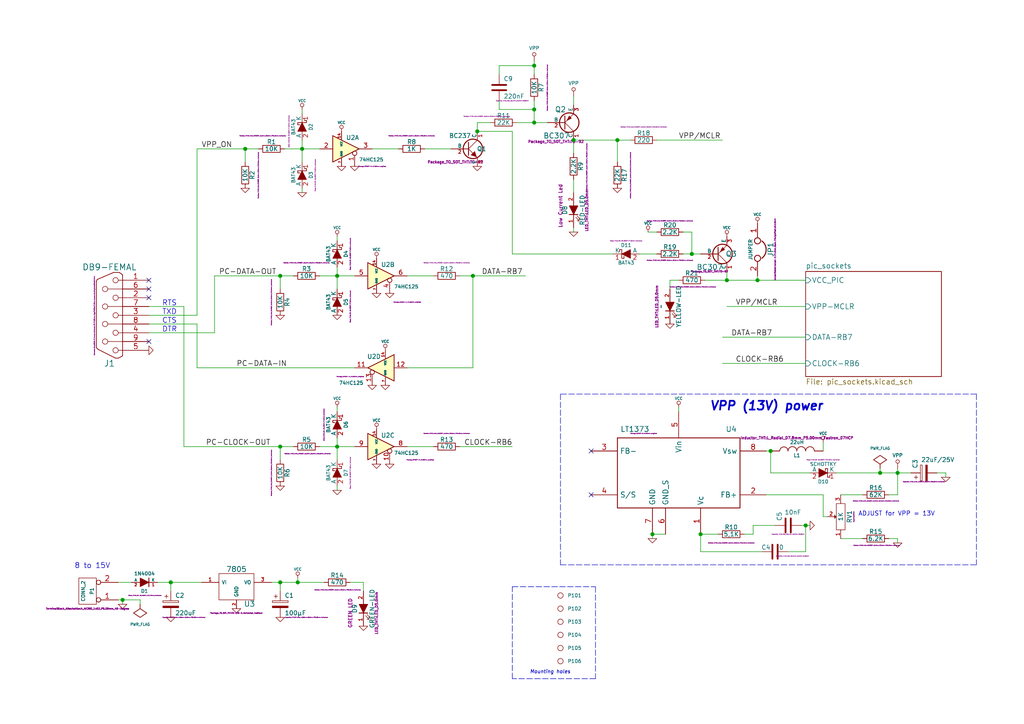
<source format=kicad_sch>
(kicad_sch (version 20220904) (generator eeschema)
  (paper "A4")
  (title_block (title "JDM - COM84 PIC Programmer with 13V DC/DC converter") (date "05 jan 2014") (rev "2") (company "KiCad"))
  (lib_symbols
    (symbol "pic_programmer_schlib:74LS125" (pin_names (offset 0.254))
      (property "Reference" "U" (at 5.08 3.81 0))
      (property "Value" "74LS125" (at 7.62 -2.54 0))
      (symbol "74LS125_0_0"
        (pin power_in line (at -1.27 5.08 270) (length 2.54) (name "VCC") (number "14"))
        (pin power_in line (at -1.27 -5.08 90) (length 2.54) (name "GND") (number "7"))
      )
      (symbol "74LS125_1_0"
        (pin input inverted (at 2.54 -5.08 90) (length 4.445) (name "~") (number "1"))
        (pin input line (at -7.62 0 0) (length 3.81) (name "~") (number "2"))
        (pin tri_state line (at 7.62 0 180) (length 3.81) (name "~") (number "3"))
      )
      (symbol "74LS125_2_0"
        (pin input inverted (at 2.54 -5.08 90) (length 4.445) (name "~") (number "4"))
        (pin input line (at -7.62 0 0) (length 3.81) (name "~") (number "5"))
        (pin tri_state line (at 7.62 0 180) (length 3.81) (name "~") (number "6"))
      )
      (symbol "74LS125_3_0"
        (pin input inverted (at 2.54 -5.08 90) (length 4.445) (name "~") (number "10"))
        (pin tri_state line (at 7.62 0 180) (length 3.81) (name "~") (number "8"))
        (pin input line (at -7.62 0 0) (length 3.81) (name "~") (number "9"))
      )
      (symbol "74LS125_4_0"
        (pin tri_state line (at 7.62 0 180) (length 3.81) (name "~") (number "11"))
        (pin input line (at -7.62 0 0) (length 3.81) (name "~") (number "12"))
        (pin input inverted (at 2.54 -5.08 90) (length 4.445) (name "~") (number "13"))
      )
    )
    (symbol "pic_programmer_schlib:7805" (pin_names (offset 0.762))
      (property "Reference" "U" (at 3.81 -4.9784 0))
      (property "Value" "7805" (at 0 5.08 0))
      (symbol "7805_1_1"
        (pin input line (at -10.16 1.27 0) (length 5.08) (name "VI") (number "1"))
        (pin input line (at 0 -6.35 90) (length 2.54) (name "GND") (number "2"))
        (pin power_out line (at 10.16 1.27 180) (length 5.08) (name "VO") (number "3"))
      )
    )
    (symbol "pic_programmer_schlib:BC237" (pin_names (offset 0))
      (property "Reference" "Q" (at 0 -3.81 0))
      (property "Value" "BC237" (at 0 3.81 0))
      (property "Footprint" "Package_TO_SOT_THT:TO-92" (at -2.54 -5.08 0))
      (symbol "BC237_1_1"
        (pin passive line (at 2.54 5.08 270) (length 2.54) (name "C") (number "1"))
        (pin input line (at -5.08 0 0) (length 5.08) (name "B") (number "2"))
        (pin passive line (at 2.54 -5.08 90) (length 2.54) (name "E") (number "3"))
      )
    )
    (symbol "pic_programmer_schlib:BC307" (pin_names (offset 0))
      (property "Reference" "Q" (at -1.27 -3.81 0))
      (property "Value" "BC307" (at 0 3.81 0))
      (property "Footprint" "Package_TO_SOT_THT:TO-92" (at -2.54 -5.08 0))
      (symbol "BC307_1_1"
        (pin passive line (at 2.54 5.08 270) (length 2.54) (name "C") (number "1"))
        (pin input line (at -5.08 0 0) (length 5.08) (name "B") (number "2"))
        (pin passive line (at 2.54 -5.08 90) (length 2.54) (name "E") (number "3"))
      )
    )
    (symbol "pic_programmer_schlib:C" (pin_numbers hide) (pin_names (offset 0.254))
      (property "Reference" "C" (at 0.635 2.54 0))
      (property "Value" "C" (at 0.635 -2.54 0))
      (symbol "C_1_1"
        (pin passive line (at 0 3.81 270) (length 2.794) (name "~") (number "1"))
        (pin passive line (at 0 -3.81 90) (length 2.794) (name "~") (number "2"))
      )
    )
    (symbol "pic_programmer_schlib:CONN_2" (pin_names (offset 1.016) hide)
      (property "Reference" "P" (at -1.27 0 90))
      (property "Value" "CONN_2" (at 1.27 0 90))
      (symbol "CONN_2_1_1"
        (pin passive inverted (at -8.89 2.54 0) (length 6.35) (name "P1") (number "1"))
        (pin passive inverted (at -8.89 -2.54 0) (length 6.35) (name "PM") (number "2"))
      )
    )
    (symbol "pic_programmer_schlib:CP" (pin_numbers hide) (pin_names (offset 0.254))
      (property "Reference" "C" (at 0.635 2.54 0))
      (property "Value" "CP" (at 0.635 -2.54 0))
      (symbol "CP_1_1"
        (pin passive line (at 0 3.81 270) (length 2.794) (name "~") (number "1"))
        (pin passive line (at 0 -3.81 90) (length 2.794) (name "~") (number "2"))
      )
    )
    (symbol "pic_programmer_schlib:D" (pin_names (offset 0))
      (property "Reference" "D" (at 0 2.54 0))
      (property "Value" "D" (at 0 -2.54 0))
      (symbol "D_1_1"
        (pin passive line (at -3.81 0 0) (length 2.54) (name "K") (number "1"))
        (pin passive line (at 3.81 0 180) (length 2.54) (name "A") (number "2"))
      )
    )
    (symbol "pic_programmer_schlib:DB9" (pin_names (offset 1.016) hide)
      (property "Reference" "J" (at 0 13.97 0))
      (property "Value" "DB9" (at 0 -13.97 0))
      (symbol "DB9_1_1"
        (pin passive line (at -11.43 -10.16 0) (length 7.62) (name "1") (number "1"))
        (pin passive line (at -11.43 -5.08 0) (length 7.62) (name "2") (number "2"))
        (pin passive line (at -11.43 0 0) (length 7.62) (name "3") (number "3"))
        (pin passive line (at -11.43 5.08 0) (length 7.62) (name "4") (number "4"))
        (pin passive line (at -11.43 10.16 0) (length 7.62) (name "5") (number "5"))
        (pin passive line (at -11.43 -7.62 0) (length 7.62) (name "P6") (number "6"))
        (pin passive line (at -11.43 -2.54 0) (length 7.62) (name "P7") (number "7"))
        (pin passive line (at -11.43 2.54 0) (length 7.62) (name "P8") (number "8"))
        (pin passive line (at -11.43 7.62 0) (length 7.62) (name "P9") (number "9"))
      )
    )
    (symbol "pic_programmer_schlib:D_Schottky" (pin_names (offset 0))
      (property "Reference" "D" (at 0 2.54 0))
      (property "Value" "D_Schottky" (at 0 -2.54 0))
      (symbol "D_Schottky_1_1"
        (pin passive line (at -3.81 0 0) (length 2.54) (name "K") (number "1"))
        (pin passive line (at 3.81 0 180) (length 2.54) (name "A") (number "2"))
      )
    )
    (symbol "pic_programmer_schlib:GND" (power) (pin_names (offset 0))
      (symbol "GND_1_1"
        (pin power_in line (at 0 0 90) (length 0) hide (name "GND") (number "1"))
      )
    )
    (symbol "pic_programmer_schlib:INDUCTOR" (pin_numbers hide) (pin_names (offset 1.016) hide)
      (property "Reference" "L" (at -1.27 0 90))
      (property "Value" "INDUCTOR" (at 2.54 0 90))
      (symbol "INDUCTOR_1_1"
        (pin passive line (at 0 7.62 270) (length 2.54) (name "1") (number "1"))
        (pin passive line (at 0 -7.62 90) (length 2.54) (name "2") (number "2"))
      )
    )
    (symbol "pic_programmer_schlib:JUMPER" (pin_names (offset 0.762) hide)
      (property "Reference" "JP" (at 0 3.81 0))
      (property "Value" "JUMPER" (at 0 -2.032 0))
      (symbol "JUMPER_0_1"
        (pin passive line (at -7.62 0 0) (length 4.191) (name "1") (number "1"))
        (pin passive line (at 7.62 0 180) (length 4.191) (name "2") (number "2"))
      )
    )
    (symbol "pic_programmer_schlib:LED" (pin_names (offset 1.016) hide)
      (property "Reference" "D" (at 0 2.54 0))
      (property "Value" "LED" (at 0 -2.54 0))
      (symbol "LED_1_1"
        (pin passive line (at -5.08 0 0) (length 3.81) (name "K") (number "1"))
        (pin passive line (at 5.08 0 180) (length 3.81) (name "A") (number "2"))
      )
    )
    (symbol "pic_programmer_schlib:LT1373" (pin_names (offset 0.762))
      (property "Reference" "U" (at 15.24 12.7 0))
      (property "Value" "LT1373" (at -12.7 12.7 0))
      (symbol "LT1373_1_1"
        (pin input line (at 6.35 -17.78 90) (length 7.62) (name "Vc") (number "1"))
        (pin input line (at 25.4 -6.35 180) (length 7.62) (name "FB+") (number "2"))
        (pin passive line (at -25.4 6.35 0) (length 7.62) (name "FB-") (number "3"))
        (pin passive line (at -25.4 -6.35 0) (length 7.62) (name "S/S") (number "4"))
        (pin power_in line (at 0 17.78 270) (length 7.62) (name "Vin") (number "5"))
        (pin input line (at -3.81 -17.78 90) (length 7.62) (name "GND_S") (number "6"))
        (pin input line (at -7.62 -17.78 90) (length 7.62) (name "GND") (number "7"))
        (pin input line (at 25.4 6.35 180) (length 7.62) (name "Vsw") (number "8"))
      )
    )
    (symbol "pic_programmer_schlib:MOUNTING_HOLE" (pin_numbers hide) (pin_names (offset 0.762) hide)
      (property "Reference" "P" (at 2.032 0 0))
    )
    (symbol "pic_programmer_schlib:POT" (pin_names (offset 1.016) hide)
      (property "Reference" "RV" (at 0 -2.54 0))
      (property "Value" "POT" (at 0 0 0))
      (symbol "POT_1_1"
        (pin passive line (at -6.35 0 0) (length 2.54) (name "1") (number "1"))
        (pin passive line (at 0 3.81 270) (length 2.032) (name "2") (number "2"))
        (pin passive line (at 6.35 0 180) (length 2.54) (name "3") (number "3"))
      )
    )
    (symbol "pic_programmer_schlib:PWR_FLAG" (power) (pin_numbers hide) (pin_names (offset 0) hide)
      (property "Value" "PWR_FLAG" (at 0 4.572 0))
      (symbol "PWR_FLAG_0_0"
        (pin power_out line (at 0 0 90) (length 0) (name "pwr") (number "1"))
      )
    )
    (symbol "pic_programmer_schlib:R" (pin_numbers hide) (pin_names (offset 0))
      (property "Reference" "R" (at 2.032 0 90))
      (property "Value" "R" (at 0 0 90))
      (symbol "R_1_1"
        (pin passive line (at 0 3.81 270) (length 1.27) (name "~") (number "1"))
        (pin passive line (at 0 -3.81 90) (length 1.27) (name "~") (number "2"))
      )
    )
    (symbol "pic_programmer_schlib:VCC" (power) (pin_names (offset 0))
      (property "Value" "VCC" (at 0 2.54 0))
      (symbol "VCC_0_0"
        (pin power_in line (at 0 0 90) (length 0) hide (name "VCC") (number "1"))
      )
    )
    (symbol "pic_programmer_schlib:VPP" (pin_names (offset 0))
      (property "Value" "VPP" (at 0 3.81 0))
      (symbol "VPP_0_0"
        (pin power_in line (at 0 0 90) (length 0) hide (name "VPP") (number "1"))
      )
    )
  )
  (junction (at 81.28 80.01) (diameter 1.016))
  (junction (at 97.79 129.54) (diameter 1.016))
  (junction (at 179.07 40.64) (diameter 1.016))
  (junction (at 35.56 173.99) (diameter 1.016))
  (junction (at 255.27 137.16) (diameter 1.016))
  (junction (at 71.12 43.18) (diameter 1.016))
  (junction (at 260.35 137.16) (diameter 1.016))
  (junction (at 154.94 31.75) (diameter 1.016))
  (junction (at 87.63 43.18) (diameter 1.016))
  (junction (at 166.37 40.64) (diameter 1.016))
  (junction (at 203.2 154.94) (diameter 1.016))
  (junction (at 81.28 168.91) (diameter 1.016))
  (junction (at 86.36 168.91) (diameter 1.016))
  (junction (at 137.16 80.01) (diameter 1.016))
  (junction (at 223.52 130.81) (diameter 1.016))
  (junction (at 49.53 168.91) (diameter 1.016))
  (junction (at 97.79 80.01) (diameter 1.016))
  (junction (at 138.43 38.1) (diameter 1.016))
  (junction (at 154.94 35.56) (diameter 1.016))
  (junction (at 81.28 129.54) (diameter 1.016))
  (junction (at 219.71 81.28) (diameter 1.016))
  (junction (at 189.23 154.94) (diameter 1.016))
  (junction (at 200.66 73.66) (diameter 1.016))
  (junction (at 210.82 81.28) (diameter 1.016))
  (junction (at 233.68 152.4) (diameter 1.016))
  (junction (at 154.94 19.05) (diameter 1.016))
  (no_connect (at 171.45 130.81))
  (no_connect (at 43.18 81.28))
  (no_connect (at 43.18 86.36))
  (no_connect (at 43.18 99.06))
  (no_connect (at 43.18 83.82))
  (no_connect (at 171.45 143.51))
  (wire (pts (xy 87.63 43.18) (xy 87.63 46.99)))
  (polyline (pts (xy 172.72 196.85) (xy 148.59 196.85)) (stroke (width 0) (type dash)))
  (wire (pts (xy 97.79 129.54) (xy 102.87 129.54)))
  (wire (pts (xy 102.87 106.68) (xy 57.15 106.68)))
  (wire (pts (xy 250.19 156.21) (xy 243.84 156.21)))
  (wire (pts (xy 105.41 168.91) (xy 101.6 168.91)))
  (wire (pts (xy 57.15 106.68) (xy 57.15 93.98)))
  (wire (pts (xy 250.19 143.51) (xy 243.84 143.51)))
  (wire (pts (xy 38.1 168.91) (xy 34.29 168.91)))
  (wire (pts (xy 234.95 137.16) (xy 223.52 137.16)))
  (wire (pts (xy 166.37 66.04) (xy 166.37 67.31)))
  (wire (pts (xy 133.35 80.01) (xy 137.16 80.01)))
  (wire (pts (xy 260.35 137.16) (xy 260.35 143.51)))
  (wire (pts (xy 208.28 154.94) (xy 203.2 154.94)))
  (wire (pts (xy 138.43 35.56) (xy 142.24 35.56)))
  (wire (pts (xy 255.27 137.16) (xy 260.35 137.16)))
  (wire (pts (xy 260.35 156.21) (xy 260.35 157.48)))
  (wire (pts (xy 200.66 73.66) (xy 200.66 67.31)))
  (wire (pts (xy 92.71 129.54) (xy 97.79 129.54)))
  (wire (pts (xy 200.66 67.31) (xy 198.12 67.31)))
  (wire (pts (xy 130.81 43.18) (xy 123.19 43.18)))
  (wire (pts (xy 97.79 68.58) (xy 97.79 69.85)))
  (wire (pts (xy 86.36 168.91) (xy 86.36 167.64)))
  (wire (pts (xy 35.56 173.99) (xy 40.64 173.99)))
  (wire (pts (xy 274.32 137.16) (xy 274.32 138.43)))
  (wire (pts (xy 179.07 46.99) (xy 179.07 40.64)))
  (wire (pts (xy 232.41 152.4) (xy 233.68 152.4)))
  (wire (pts (xy 271.78 137.16) (xy 274.32 137.16)))
  (wire (pts (xy 189.23 154.94) (xy 193.04 154.94)))
  (wire (pts (xy 198.12 73.66) (xy 200.66 73.66)))
  (wire (pts (xy 43.18 93.98) (xy 57.15 93.98)))
  (wire (pts (xy 138.43 35.56) (xy 138.43 38.1)))
  (wire (pts (xy 144.78 19.05) (xy 154.94 19.05)))
  (wire (pts (xy 57.15 91.44) (xy 43.18 91.44)))
  (wire (pts (xy 233.68 152.4) (xy 234.95 152.4)))
  (wire (pts (xy 81.28 80.01) (xy 85.09 80.01)))
  (wire (pts (xy 138.43 38.1) (xy 148.59 38.1)))
  (wire (pts (xy 148.59 73.66) (xy 177.8 73.66)))
  (wire (pts (xy 35.56 175.26) (xy 35.56 173.99)))
  (wire (pts (xy 137.16 80.01) (xy 152.4 80.01)))
  (wire (pts (xy 81.28 168.91) (xy 86.36 168.91)))
  (wire (pts (xy 238.76 149.86) (xy 238.76 143.51)))
  (wire (pts (xy 118.11 80.01) (xy 125.73 80.01)))
  (wire (pts (xy 204.47 81.28) (xy 210.82 81.28)))
  (wire (pts (xy 49.53 171.45) (xy 49.53 168.91)))
  (wire (pts (xy 210.82 81.28) (xy 210.82 78.74)))
  (wire (pts (xy 53.34 129.54) (xy 81.28 129.54)))
  (wire (pts (xy 78.74 168.91) (xy 81.28 168.91)))
  (wire (pts (xy 190.5 40.64) (xy 209.55 40.64)))
  (wire (pts (xy 154.94 29.21) (xy 154.94 31.75)))
  (wire (pts (xy 148.59 38.1) (xy 148.59 73.66)))
  (wire (pts (xy 210.82 81.28) (xy 219.71 81.28)))
  (wire (pts (xy 87.63 54.61) (xy 87.63 55.88)))
  (wire (pts (xy 187.96 67.31) (xy 190.5 67.31)))
  (wire (pts (xy 240.03 149.86) (xy 238.76 149.86)))
  (wire (pts (xy 194.31 83.82) (xy 194.31 81.28)))
  (wire (pts (xy 189.23 156.21) (xy 189.23 154.94)))
  (wire (pts (xy 115.57 43.18) (xy 107.95 43.18)))
  (wire (pts (xy 238.76 128.27) (xy 238.76 130.81)))
  (wire (pts (xy 34.29 173.99) (xy 35.56 173.99)))
  (wire (pts (xy 228.6 160.02) (xy 233.68 160.02)))
  (polyline (pts (xy 283.21 114.3) (xy 283.21 163.83)) (stroke (width 0) (type dash)))
  (wire (pts (xy 71.12 43.18) (xy 74.93 43.18)))
  (wire (pts (xy 260.35 137.16) (xy 264.16 137.16)))
  (wire (pts (xy 203.2 160.02) (xy 220.98 160.02)))
  (wire (pts (xy 166.37 30.48) (xy 166.37 27.94)))
  (wire (pts (xy 86.36 168.91) (xy 93.98 168.91)))
  (wire (pts (xy 219.71 81.28) (xy 233.68 81.28)))
  (wire (pts (xy 97.79 77.47) (xy 97.79 80.01)))
  (wire (pts (xy 57.15 43.18) (xy 71.12 43.18)))
  (wire (pts (xy 260.35 156.21) (xy 257.81 156.21)))
  (wire (pts (xy 233.68 160.02) (xy 233.68 152.4)))
  (wire (pts (xy 62.23 96.52) (xy 62.23 80.01)))
  (wire (pts (xy 53.34 88.9) (xy 43.18 88.9)))
  (wire (pts (xy 62.23 96.52) (xy 43.18 96.52)))
  (wire (pts (xy 210.82 88.9) (xy 233.68 88.9)))
  (wire (pts (xy 154.94 31.75) (xy 154.94 35.56)))
  (polyline (pts (xy 148.59 196.85) (xy 148.59 170.18)) (stroke (width 0) (type dash)))
  (wire (pts (xy 149.86 35.56) (xy 154.94 35.56)))
  (wire (pts (xy 87.63 33.02) (xy 87.63 31.75)))
  (wire (pts (xy 137.16 106.68) (xy 137.16 80.01)))
  (wire (pts (xy 218.44 152.4) (xy 218.44 154.94)))
  (wire (pts (xy 144.78 19.05) (xy 144.78 21.59)))
  (wire (pts (xy 57.15 43.18) (xy 57.15 91.44)))
  (wire (pts (xy 200.66 73.66) (xy 203.2 73.66)))
  (wire (pts (xy 144.78 31.75) (xy 154.94 31.75)))
  (wire (pts (xy 45.72 168.91) (xy 49.53 168.91)))
  (polyline (pts (xy 172.72 170.18) (xy 172.72 196.85)) (stroke (width 0) (type dash)))
  (wire (pts (xy 219.71 81.28) (xy 219.71 80.01)))
  (wire (pts (xy 223.52 137.16) (xy 223.52 130.81)))
  (wire (pts (xy 81.28 129.54) (xy 85.09 129.54)))
  (wire (pts (xy 148.59 129.54) (xy 133.35 129.54)))
  (wire (pts (xy 97.79 80.01) (xy 97.79 83.82)))
  (wire (pts (xy 97.79 80.01) (xy 102.87 80.01)))
  (wire (pts (xy 154.94 17.78) (xy 154.94 19.05)))
  (wire (pts (xy 166.37 40.64) (xy 179.07 40.64)))
  (wire (pts (xy 203.2 154.94) (xy 203.2 160.02)))
  (wire (pts (xy 87.63 43.18) (xy 92.71 43.18)))
  (wire (pts (xy 260.35 143.51) (xy 257.81 143.51)))
  (wire (pts (xy 194.31 81.28) (xy 196.85 81.28)))
  (wire (pts (xy 166.37 40.64) (xy 166.37 44.45)))
  (wire (pts (xy 179.07 40.64) (xy 182.88 40.64)))
  (wire (pts (xy 105.41 171.45) (xy 105.41 168.91)))
  (wire (pts (xy 81.28 133.35) (xy 81.28 129.54)))
  (polyline (pts (xy 162.56 163.83) (xy 283.21 163.83)) (stroke (width 0) (type dash)))
  (wire (pts (xy 260.35 135.89) (xy 260.35 137.16)))
  (wire (pts (xy 53.34 129.54) (xy 53.34 88.9)))
  (wire (pts (xy 81.28 83.82) (xy 81.28 80.01)))
  (wire (pts (xy 154.94 35.56) (xy 158.75 35.56)))
  (wire (pts (xy 62.23 80.01) (xy 81.28 80.01)))
  (wire (pts (xy 87.63 40.64) (xy 87.63 43.18)))
  (wire (pts (xy 190.5 73.66) (xy 185.42 73.66)))
  (wire (pts (xy 81.28 168.91) (xy 81.28 171.45)))
  (wire (pts (xy 224.79 152.4) (xy 218.44 152.4)))
  (wire (pts (xy 255.27 135.89) (xy 255.27 137.16)))
  (polyline (pts (xy 162.56 114.3) (xy 162.56 163.83)) (stroke (width 0) (type dash)))
  (wire (pts (xy 97.79 142.24) (xy 97.79 140.97)))
  (wire (pts (xy 233.68 97.79) (xy 209.55 97.79)))
  (wire (pts (xy 144.78 29.21) (xy 144.78 31.75)))
  (wire (pts (xy 118.11 106.68) (xy 137.16 106.68)))
  (wire (pts (xy 92.71 80.01) (xy 97.79 80.01)))
  (wire (pts (xy 82.55 43.18) (xy 87.63 43.18)))
  (wire (pts (xy 218.44 154.94) (xy 215.9 154.94)))
  (wire (pts (xy 166.37 52.07) (xy 166.37 55.88)))
  (wire (pts (xy 40.64 173.99) (xy 40.64 175.26)))
  (wire (pts (xy 125.73 129.54) (xy 118.11 129.54)))
  (wire (pts (xy 97.79 119.38) (xy 97.79 118.11)))
  (polyline (pts (xy 148.59 170.18) (xy 172.72 170.18)) (stroke (width 0) (type dash)))
  (wire (pts (xy 97.79 129.54) (xy 97.79 133.35)))
  (wire (pts (xy 97.79 127) (xy 97.79 129.54)))
  (wire (pts (xy 196.85 119.38) (xy 196.85 118.11)))
  (wire (pts (xy 233.68 105.41) (xy 209.55 105.41)))
  (wire (pts (xy 242.57 137.16) (xy 255.27 137.16)))
  (wire (pts (xy 154.94 19.05) (xy 154.94 21.59)))
  (wire (pts (xy 223.52 130.81) (xy 222.25 130.81)))
  (wire (pts (xy 49.53 168.91) (xy 58.42 168.91)))
  (wire (pts (xy 71.12 46.99) (xy 71.12 43.18)))
  (wire (pts (xy 238.76 143.51) (xy 222.25 143.51)))
  (polyline (pts (xy 283.21 114.3) (xy 162.56 114.3)) (stroke (width 0) (type dash)))
  (text "ADJUST for VPP = 13V" (at 248.92 149.86 0) (effects (font (size 1.27 1.27)) (justify left bottom)))
  (text "8 to 15V" (at 21.59 165.1 0) (effects (font (size 1.524 1.524)) (justify left bottom)))
  (text "VPP (13V) power" (at 205.74 119.38 0) (effects (font (size 2.54 2.54) (thickness 0.508) bold italic) (justify left bottom)))
  (text "RTS" (at 46.99 88.9 0) (effects (font (size 1.524 1.524)) (justify left bottom)))
  (text "TXD" (at 46.99 91.44 0) (effects (font (size 1.524 1.524)) (justify left bottom)))
  (text "CTS" (at 46.99 93.98 0) (effects (font (size 1.524 1.524)) (justify left bottom)))
  (text "DTR" (at 46.99 96.52 0) (effects (font (size 1.524 1.524)) (justify left bottom)))
  (text "Mounting holes" (at 153.67 195.58 0) (effects (font (size 1.016 1.016) italic) (justify left bottom)))
  (label "DATA-RB7" (at 139.7 80.01 0) (effects (font (size 1.524 1.524))))
  (label "CLOCK-RB6" (at 134.62 129.54 0) (effects (font (size 1.524 1.524))))
  (label "PC-DATA-IN" (at 68.58 106.68 0) (effects (font (size 1.524 1.524))))
  (label "CLOCK-RB6" (at 213.36 105.41 0) (effects (font (size 1.524 1.524))))
  (label "PC-DATA-OUT" (at 63.5 80.01 0) (effects (font (size 1.524 1.524))))
  (label "VPP/MCLR" (at 196.85 40.64 0) (effects (font (size 1.524 1.524))))
  (label "VPP_ON" (at 58.42 43.18 0) (effects (font (size 1.524 1.524))))
  (label "PC-CLOCK-OUT" (at 59.69 129.54 0) (effects (font (size 1.524 1.524))))
  (label "VPP/MCLR" (at 213.36 88.9 0) (effects (font (size 1.524 1.524))))
  (label "DATA-RB7" (at 212.09 97.79 0) (effects (font (size 1.524 1.524))))
  (symbol (lib_id "pic_programmer_schlib:DB9") (at 31.75 91.44 180) (unit 1)
    (default_instance (reference "U") (unit 1) (value "") (footprint ""))
    (property "Reference" "J1" (at 31.75 105.41 0) (effects (font (size 1.778 1.778))))
    (property "Value" "DB9-FEMAL" (at 31.75 77.47 0) (effects (font (size 1.778 1.778))))
    (property "Footprint" "Connector_Dsub:DSUB-9_Female_Horizontal_P2.77x2.84mm_EdgePinOffset7.70mm_Housed_MountingHolesOffset9.12mm" (at 27.3812 91.5416 90) (effects (font (size 0.254 0.254))))
  )
  (symbol (lib_id "pic_programmer_schlib:74LS125") (at 100.33 43.18 0) (unit 1)
    (default_instance (reference "U") (unit 1) (value "") (footprint ""))
    (property "Reference" "U2" (at 100.33 40.64 0) (effects (justify left bottom)))
    (property "Value" "74HC125" (at 104.14 45.72 0) (effects (font (size 1.016 1.016)) (justify left top)))
    (property "Footprint" "Package_DIP:DIP-14_W7.62mm_LongPads" (at 107.95 48.26 0) (effects (font (size 0.254 0.254))))
  )
  (symbol (lib_id "pic_programmer_schlib:R") (at 78.74 43.18 90) (unit 1)
    (default_instance (reference "U") (unit 1) (value "") (footprint ""))
    (property "Reference" "R1" (at 78.74 41.148 90))
    (property "Value" "10K" (at 78.74 43.18 90))
    (property "Footprint" "Resistor_THT:R_Axial_DIN0207_L6.3mm_D2.5mm_P10.16mm_Horizontal" (at 76.2 39.37 90) (effects (font (size 0.254 0.254))))
  )
  (symbol (lib_id "pic_programmer_schlib:R") (at 71.12 50.8 0) (unit 1)
    (default_instance (reference "U") (unit 1) (value "") (footprint ""))
    (property "Reference" "R2" (at 73.152 50.8 90))
    (property "Value" "10K" (at 71.12 50.8 90))
    (property "Footprint" "Resistor_THT:R_Axial_DIN0207_L6.3mm_D2.5mm_P10.16mm_Horizontal" (at 74.93 50.8 90) (effects (font (size 0.254 0.254))))
  )
  (symbol (lib_id "pic_programmer_schlib:D_Schottky") (at 87.63 36.83 270) (unit 1)
    (default_instance (reference "U") (unit 1) (value "") (footprint ""))
    (property "Reference" "D2" (at 90.17 36.83 0) (effects (font (size 1.016 1.016))))
    (property "Value" "BAT43" (at 85.09 36.83 0) (effects (font (size 1.016 1.016))))
    (property "Footprint" "Diode_THT:D_DO-35_SOD27_P7.62mm_Horizontal" (at 83.82 38.1 0) (effects (font (size 0.254 0.254))))
  )
  (symbol (lib_id "pic_programmer_schlib:D_Schottky") (at 87.63 50.8 270) (unit 1)
    (default_instance (reference "U") (unit 1) (value "") (footprint ""))
    (property "Reference" "D3" (at 90.17 50.8 0) (effects (font (size 1.016 1.016))))
    (property "Value" "BAT43" (at 85.09 50.8 0) (effects (font (size 1.016 1.016))))
    (property "Footprint" "Diode_THT:D_DO-35_SOD27_P7.62mm_Horizontal" (at 91.44 50.8 0) (effects (font (size 0.254 0.254))))
  )
  (symbol (lib_id "pic_programmer_schlib:GND") (at 102.87 48.26 0) (unit 1)
    (default_instance (reference "U") (unit 1) (value "") (footprint ""))
    (property "Reference" "#PWR035" (effects hide))
    (property "Value" "GND" (effects hide))
  )
  (symbol (lib_id "pic_programmer_schlib:GND") (at 87.63 55.88 0) (unit 1)
    (default_instance (reference "U") (unit 1) (value "") (footprint ""))
    (property "Reference" "#PWR034" (effects hide))
    (property "Value" "GND" (effects hide))
  )
  (symbol (lib_id "pic_programmer_schlib:VCC") (at 87.63 31.75 0) (unit 1)
    (default_instance (reference "U") (unit 1) (value "") (footprint ""))
    (property "Reference" "#PWR033" (effects hide))
    (property "Value" "VCC" (at 87.63 29.21 0) (effects (font (size 0.762 0.762))))
  )
  (symbol (lib_id "pic_programmer_schlib:74LS125") (at 110.49 80.01 0) (unit 2)
    (default_instance (reference "U") (unit 1) (value "") (footprint ""))
    (property "Reference" "U2" (at 110.49 77.47 0) (effects (justify left bottom)))
    (property "Value" "74HC125" (at 114.3 82.55 0) (effects (font (size 1.016 1.016)) (justify left top)))
    (property "Footprint" "Package_DIP:DIP-14_W7.62mm_LongPads" (at 118.11 87.63 0) (effects (font (size 0.254 0.254))))
  )
  (symbol (lib_id "pic_programmer_schlib:R") (at 88.9 80.01 90) (unit 1)
    (default_instance (reference "U") (unit 1) (value "") (footprint ""))
    (property "Reference" "R3" (at 88.9 77.978 90))
    (property "Value" "10K" (at 88.9 80.01 90))
    (property "Footprint" "Resistor_THT:R_Axial_DIN0207_L6.3mm_D2.5mm_P10.16mm_Horizontal" (at 88.9 76.2 90) (effects (font (size 0.254 0.254))))
  )
  (symbol (lib_id "pic_programmer_schlib:R") (at 81.28 87.63 0) (unit 1)
    (default_instance (reference "U") (unit 1) (value "") (footprint ""))
    (property "Reference" "R4" (at 83.312 87.63 90))
    (property "Value" "10K" (at 81.28 87.63 90))
    (property "Footprint" "Resistor_THT:R_Axial_DIN0207_L6.3mm_D2.5mm_P10.16mm_Horizontal" (at 78.74 87.63 90) (effects (font (size 0.254 0.254))))
  )
  (symbol (lib_id "pic_programmer_schlib:D_Schottky") (at 97.79 73.66 270) (unit 1)
    (default_instance (reference "U") (unit 1) (value "") (footprint ""))
    (property "Reference" "D4" (at 100.33 73.66 0) (effects (font (size 1.016 1.016))))
    (property "Value" "BAT43" (at 95.25 73.66 0) (effects (font (size 1.016 1.016))))
    (property "Footprint" "Diode_THT:D_DO-35_SOD27_P7.62mm_Horizontal" (at 101.6 73.66 0) (effects (font (size 0.254 0.254))))
  )
  (symbol (lib_id "pic_programmer_schlib:D_Schottky") (at 97.79 87.63 270) (unit 1)
    (default_instance (reference "U") (unit 1) (value "") (footprint ""))
    (property "Reference" "D5" (at 100.33 87.63 0) (effects (font (size 1.016 1.016))))
    (property "Value" "BAT43" (at 95.25 87.63 0) (effects (font (size 1.016 1.016))))
    (property "Footprint" "Diode_THT:D_DO-35_SOD27_P7.62mm_Horizontal" (at 101.6 88.9 0) (effects (font (size 0.254 0.254))))
  )
  (symbol (lib_id "pic_programmer_schlib:GND") (at 113.03 85.09 0) (unit 1)
    (default_instance (reference "U") (unit 1) (value "") (footprint ""))
    (property "Reference" "#PWR032" (effects hide))
    (property "Value" "GND" (effects hide))
  )
  (symbol (lib_id "pic_programmer_schlib:GND") (at 97.79 91.44 0) (unit 1)
    (default_instance (reference "U") (unit 1) (value "") (footprint ""))
    (property "Reference" "#PWR031" (effects hide))
    (property "Value" "GND" (effects hide))
  )
  (symbol (lib_id "pic_programmer_schlib:VCC") (at 97.79 68.58 0) (unit 1)
    (default_instance (reference "U") (unit 1) (value "") (footprint ""))
    (property "Reference" "#PWR030" (effects hide))
    (property "Value" "VCC" (at 97.79 66.04 0) (effects (font (size 0.762 0.762))))
  )
  (symbol (lib_id "pic_programmer_schlib:74LS125") (at 110.49 129.54 0) (unit 3)
    (default_instance (reference "U") (unit 1) (value "") (footprint ""))
    (property "Reference" "U2" (at 110.49 127 0) (effects (justify left bottom)))
    (property "Value" "74HC125" (at 114.3 130.81 0) (effects (font (size 1.016 1.016)) (justify left top)))
    (property "Footprint" "Package_DIP:DIP-14_W7.62mm_LongPads" (at 121.92 133.35 0) (effects (font (size 0.254 0.254))))
  )
  (symbol (lib_id "pic_programmer_schlib:R") (at 88.9 129.54 90) (unit 1)
    (default_instance (reference "U") (unit 1) (value "") (footprint ""))
    (property "Reference" "R5" (at 88.9 127.508 90))
    (property "Value" "10K" (at 88.9 129.54 90))
    (property "Footprint" "Resistor_THT:R_Axial_DIN0207_L6.3mm_D2.5mm_P10.16mm_Horizontal" (at 89.2048 131.572 90) (effects (font (size 0.254 0.254))))
  )
  (symbol (lib_id "pic_programmer_schlib:R") (at 81.28 137.16 0) (unit 1)
    (default_instance (reference "U") (unit 1) (value "") (footprint ""))
    (property "Reference" "R6" (at 83.312 137.16 90))
    (property "Value" "10K" (at 81.28 137.16 90))
    (property "Footprint" "Resistor_THT:R_Axial_DIN0207_L6.3mm_D2.5mm_P10.16mm_Horizontal" (at 78.74 137.16 90) (effects (font (size 0.254 0.254))))
  )
  (symbol (lib_id "pic_programmer_schlib:D_Schottky") (at 97.79 123.19 270) (unit 1)
    (default_instance (reference "U") (unit 1) (value "") (footprint ""))
    (property "Reference" "D6" (at 100.33 123.19 0) (effects (font (size 1.016 1.016))))
    (property "Value" "BAT43" (at 95.25 123.19 0) (effects (font (size 1.016 1.016))))
    (property "Footprint" "Diode_THT:D_DO-35_SOD27_P7.62mm_Horizontal" (at 93.98 123.19 0) (effects (font (size 0.254 0.254))))
  )
  (symbol (lib_id "pic_programmer_schlib:D_Schottky") (at 97.79 137.16 270) (unit 1)
    (default_instance (reference "U") (unit 1) (value "") (footprint ""))
    (property "Reference" "D7" (at 100.33 137.16 0) (effects (font (size 1.016 1.016))))
    (property "Value" "BAT43" (at 95.25 137.16 0) (effects (font (size 1.016 1.016))))
    (property "Footprint" "Diode_THT:D_DO-35_SOD27_P7.62mm_Horizontal" (at 101.6 137.16 0) (effects (font (size 0.254 0.254))))
  )
  (symbol (lib_id "pic_programmer_schlib:GND") (at 113.03 134.62 0) (unit 1)
    (default_instance (reference "U") (unit 1) (value "") (footprint ""))
    (property "Reference" "#PWR029" (effects hide))
    (property "Value" "GND" (effects hide))
  )
  (symbol (lib_id "pic_programmer_schlib:GND") (at 97.79 142.24 0) (unit 1)
    (default_instance (reference "U") (unit 1) (value "") (footprint ""))
    (property "Reference" "#PWR028" (effects hide))
    (property "Value" "GND" (effects hide))
  )
  (symbol (lib_id "pic_programmer_schlib:VCC") (at 97.79 118.11 0) (unit 1)
    (default_instance (reference "U") (unit 1) (value "") (footprint ""))
    (property "Reference" "#PWR027" (effects hide))
    (property "Value" "VCC" (at 97.79 115.57 0) (effects (font (size 0.762 0.762))))
  )
  (symbol (lib_id "pic_programmer_schlib:74LS125") (at 110.49 106.68 0) (mirror y) (unit 4)
    (default_instance (reference "U") (unit 1) (value "") (footprint ""))
    (property "Reference" "U2" (at 110.49 104.14 0) (effects (justify left bottom)))
    (property "Value" "74HC125" (at 105.41 110.49 0) (effects (font (size 1.016 1.016)) (justify left top)))
    (property "Footprint" "Package_DIP:DIP-14_W7.62mm_LongPads" (at 101.6 109.22 0) (effects (font (size 0.254 0.254))))
  )
  (symbol (lib_id "pic_programmer_schlib:GND") (at 107.95 111.76 0) (unit 1)
    (default_instance (reference "U") (unit 1) (value "") (footprint ""))
    (property "Reference" "#PWR026" (effects hide))
    (property "Value" "GND" (effects hide))
  )
  (symbol (lib_id "pic_programmer_schlib:R") (at 129.54 80.01 90) (unit 1)
    (default_instance (reference "U") (unit 1) (value "") (footprint ""))
    (property "Reference" "R12" (at 129.54 77.978 90))
    (property "Value" "470" (at 129.54 80.01 90))
    (property "Footprint" "Resistor_THT:R_Axial_DIN0207_L6.3mm_D2.5mm_P10.16mm_Horizontal" (at 129.54 76.2 90) (effects (font (size 0.254 0.254))))
  )
  (symbol (lib_id "pic_programmer_schlib:R") (at 129.54 129.54 90) (unit 1)
    (default_instance (reference "U") (unit 1) (value "") (footprint ""))
    (property "Reference" "R13" (at 129.54 127.508 90))
    (property "Value" "470" (at 129.54 129.54 90))
    (property "Footprint" "Resistor_THT:R_Axial_DIN0207_L6.3mm_D2.5mm_P10.16mm_Horizontal" (at 129.54 125.73 90) (effects (font (size 0.254 0.254))))
  )
  (symbol (lib_id "pic_programmer_schlib:R") (at 119.38 43.18 90) (unit 1)
    (default_instance (reference "U") (unit 1) (value "") (footprint ""))
    (property "Reference" "R8" (at 119.38 41.148 90))
    (property "Value" "1K" (at 119.38 43.18 90))
    (property "Footprint" "Resistor_THT:R_Axial_DIN0207_L6.3mm_D2.5mm_P10.16mm_Horizontal" (at 119.38 39.37 90) (effects (font (size 0.254 0.254))))
  )
  (symbol (lib_id "pic_programmer_schlib:GND") (at 81.28 91.44 0) (unit 1)
    (default_instance (reference "U") (unit 1) (value "") (footprint ""))
    (property "Reference" "#PWR025" (effects hide))
    (property "Value" "GND" (effects hide))
  )
  (symbol (lib_id "pic_programmer_schlib:GND") (at 81.28 140.97 0) (unit 1)
    (default_instance (reference "U") (unit 1) (value "") (footprint ""))
    (property "Reference" "#PWR024" (effects hide))
    (property "Value" "GND" (effects hide))
  )
  (symbol (lib_id "pic_programmer_schlib:GND") (at 71.12 54.61 0) (unit 1)
    (default_instance (reference "U") (unit 1) (value "") (footprint ""))
    (property "Reference" "#PWR023" (effects hide))
    (property "Value" "GND" (effects hide))
  )
  (symbol (lib_id "pic_programmer_schlib:GND") (at 43.18 101.6 90) (unit 1)
    (default_instance (reference "U") (unit 1) (value "") (footprint ""))
    (property "Reference" "#PWR022" (effects hide))
    (property "Value" "GND" (effects hide))
  )
  (symbol (lib_id "pic_programmer_schlib:BC237") (at 135.89 43.18 0) (unit 1)
    (default_instance (reference "U") (unit 1) (value "") (footprint ""))
    (property "Reference" "Q1" (at 139.7 43.18 0))
    (property "Value" "BC237" (at 133.4008 39.37 0))
    (property "Footprint" "Package_TO_SOT_THT:TO-92" (at 132.08 46.99 0) (effects (font (size 0.762 0.762))))
  )
  (symbol (lib_id "pic_programmer_schlib:GND") (at 138.43 48.26 0) (unit 1)
    (default_instance (reference "U") (unit 1) (value "") (footprint ""))
    (property "Reference" "#PWR021" (effects hide))
    (property "Value" "GND" (effects hide))
  )
  (symbol (lib_id "pic_programmer_schlib:R") (at 146.05 35.56 90) (unit 1)
    (default_instance (reference "U") (unit 1) (value "") (footprint ""))
    (property "Reference" "R11" (at 146.05 33.528 90))
    (property "Value" "22K" (at 146.05 35.56 90))
    (property "Footprint" "Resistor_THT:R_Axial_DIN0207_L6.3mm_D2.5mm_P10.16mm_Horizontal" (at 141.1986 33.7566 90) (effects (font (size 0.254 0.254))))
  )
  (symbol (lib_id "pic_programmer_schlib:R") (at 154.94 25.4 0) (unit 1)
    (default_instance (reference "U") (unit 1) (value "") (footprint ""))
    (property "Reference" "R7" (at 156.972 25.4 90))
    (property "Value" "10K" (at 154.94 25.4 90))
    (property "Footprint" "Resistor_THT:R_Axial_DIN0207_L6.3mm_D2.5mm_P10.16mm_Horizontal" (at 158.75 25.4 90) (effects (font (size 0.254 0.254))))
  )
  (symbol (lib_id "pic_programmer_schlib:BC307") (at 163.83 35.56 0) (mirror x) (unit 1)
    (default_instance (reference "U") (unit 1) (value "") (footprint ""))
    (property "Reference" "Q2" (at 162.56 31.75 0) (effects (font (size 1.524 1.524))))
    (property "Value" "BC307" (at 161.3916 39.37 0) (effects (font (size 1.524 1.524))))
    (property "Footprint" "Package_TO_SOT_THT:TO-92" (at 161.2392 41.0718 0) (effects (font (size 0.762 0.762))))
  )
  (symbol (lib_id "pic_programmer_schlib:VPP") (at 154.94 17.78 0) (unit 1)
    (default_instance (reference "U") (unit 1) (value "") (footprint ""))
    (property "Reference" "#PWR122" (effects hide))
    (property "Value" "VPP" (at 154.94 13.97 0) (effects (font (size 1.016 1.016))))
  )
  (symbol (lib_id "pic_programmer_schlib:VPP") (at 166.37 27.94 0) (unit 1)
    (default_instance (reference "U") (unit 1) (value "") (footprint ""))
    (property "Reference" "#PWR123" (effects hide))
    (property "Value" "VPP" (at 166.37 24.13 0) (effects (font (size 1.016 1.016))))
  )
  (symbol (lib_id "pic_programmer_schlib:R") (at 166.37 48.26 0) (unit 1)
    (default_instance (reference "U") (unit 1) (value "") (footprint ""))
    (property "Reference" "R9" (at 168.402 48.26 90))
    (property "Value" "2.2K" (at 166.37 48.26 90))
    (property "Footprint" "Resistor_THT:R_Axial_DIN0207_L6.3mm_D2.5mm_P10.16mm_Horizontal" (at 170.18 48.26 90) (effects (font (size 0.254 0.254))))
  )
  (symbol (lib_id "pic_programmer_schlib:LED") (at 166.37 60.96 90) (unit 1)
    (default_instance (reference "U") (unit 1) (value "") (footprint ""))
    (property "Reference" "D8" (at 163.83 60.96 0))
    (property "Value" "RED-LED" (at 168.91 60.96 0))
    (property "Footprint" "LED_THT:LED_D5.0mm" (at 170.18 60.96 0) (effects (font (size 0.762 0.762))))
    (property "Champ4" "Low Current Led" (at 162.56 59.69 0) (effects (font (size 1.016 1.016))))
  )
  (symbol (lib_id "pic_programmer_schlib:CONN_2") (at 25.4 171.45 180) (unit 1)
    (default_instance (reference "U") (unit 1) (value "") (footprint ""))
    (property "Reference" "P1" (at 26.67 171.45 90) (effects (font (size 1.016 1.016))))
    (property "Value" "CONN_2" (at 24.13 171.45 90) (effects (font (size 1.016 1.016))))
    (property "Footprint" "TerminalBlock_Altech:Altech_AK300_1x02_P5.00mm_45-Degree" (at 25.4 176.53 0) (effects (font (size 0.508 0.508))))
  )
  (symbol (lib_id "pic_programmer_schlib:D") (at 41.91 168.91 180) (unit 1)
    (default_instance (reference "U") (unit 1) (value "") (footprint ""))
    (property "Reference" "D1" (at 41.91 171.45 0) (effects (font (size 1.016 1.016))))
    (property "Value" "1N4004" (at 41.91 166.37 0) (effects (font (size 1.016 1.016))))
    (property "Footprint" "Diode_THT:D_DO-35_SOD27_P12.70mm_Horizontal" (at 42.0116 172.72 0) (effects (font (size 0.254 0.254))))
  )
  (symbol (lib_id "pic_programmer_schlib:GND") (at 35.56 175.26 0) (unit 1)
    (default_instance (reference "U") (unit 1) (value "") (footprint ""))
    (property "Reference" "#PWR020" (effects hide))
    (property "Value" "GND" (effects hide))
  )
  (symbol (lib_id "pic_programmer_schlib:CP") (at 49.53 175.26 0) (unit 1)
    (default_instance (reference "U") (unit 1) (value "") (footprint ""))
    (property "Reference" "C2" (at 50.8 172.72 0) (effects (justify left)))
    (property "Value" "220uF" (at 50.8 177.8 0) (effects (justify left)))
    (property "Footprint" "Capacitor_THT:CP_Axial_L18.0mm_D6.5mm_P25.00mm_Horizontal" (at 53.34 179.07 0) (effects (font (size 0.254 0.254))))
  )
  (symbol (lib_id "pic_programmer_schlib:GND") (at 49.53 179.07 0) (unit 1)
    (default_instance (reference "U") (unit 1) (value "") (footprint ""))
    (property "Reference" "#PWR019" (effects hide))
    (property "Value" "GND" (effects hide))
  )
  (symbol (lib_id "pic_programmer_schlib:GND") (at 68.58 176.53 0) (unit 1)
    (default_instance (reference "U") (unit 1) (value "") (footprint ""))
    (property "Reference" "#PWR018" (effects hide))
    (property "Value" "GND" (effects hide))
  )
  (symbol (lib_id "pic_programmer_schlib:CP") (at 81.28 175.26 0) (unit 1)
    (default_instance (reference "U") (unit 1) (value "") (footprint ""))
    (property "Reference" "C1" (at 82.55 172.72 0) (effects (justify left)))
    (property "Value" "100µF" (at 82.55 177.8 0) (effects (justify left)))
    (property "Footprint" "Capacitor_THT:CP_Axial_L18.0mm_D6.5mm_P25.00mm_Horizontal" (at 88.9 179.07 0) (effects (font (size 0.254 0.254))))
  )
  (symbol (lib_id "pic_programmer_schlib:GND") (at 81.28 179.07 0) (unit 1)
    (default_instance (reference "U") (unit 1) (value "") (footprint ""))
    (property "Reference" "#PWR017" (effects hide))
    (property "Value" "GND" (effects hide))
  )
  (symbol (lib_id "pic_programmer_schlib:R") (at 97.79 168.91 90) (unit 1)
    (default_instance (reference "U") (unit 1) (value "") (footprint ""))
    (property "Reference" "R14" (at 97.79 166.878 90))
    (property "Value" "470" (at 97.79 168.91 90))
    (property "Footprint" "Resistor_THT:R_Axial_DIN0207_L6.3mm_D2.5mm_P10.16mm_Horizontal" (at 97.917 171.069 90) (effects (font (size 0.254 0.254))))
  )
  (symbol (lib_id "pic_programmer_schlib:LED") (at 105.41 176.53 90) (unit 1)
    (default_instance (reference "U") (unit 1) (value "") (footprint ""))
    (property "Reference" "D9" (at 102.87 176.53 0))
    (property "Value" "GREEN-LED" (at 107.95 176.53 0))
    (property "Footprint" "LED_THT:LED_D5.0mm" (at 109.22 177.8 0) (effects (font (size 0.762 0.762))))
    (property "Champ4" "GREEN LED" (at 101.6 177.8 0) (effects (font (size 1.016 1.016))))
  )
  (symbol (lib_id "pic_programmer_schlib:GND") (at 105.41 181.61 0) (unit 1)
    (default_instance (reference "U") (unit 1) (value "") (footprint ""))
    (property "Reference" "#PWR016" (effects hide))
    (property "Value" "GND" (effects hide))
  )
  (symbol (lib_id "pic_programmer_schlib:VCC") (at 86.36 167.64 0) (unit 1)
    (default_instance (reference "U") (unit 1) (value "") (footprint ""))
    (property "Reference" "#PWR015" (effects hide))
    (property "Value" "VCC" (at 86.36 165.1 0) (effects (font (size 0.762 0.762))))
  )
  (symbol (lib_id "pic_programmer_schlib:R") (at 179.07 50.8 0) (unit 1)
    (default_instance (reference "U") (unit 1) (value "") (footprint ""))
    (property "Reference" "R17" (at 181.102 50.8 90))
    (property "Value" "22K" (at 179.07 50.8 90))
    (property "Footprint" "Resistor_THT:R_Axial_DIN0207_L6.3mm_D2.5mm_P10.16mm_Horizontal" (at 182.88 50.8 90) (effects (font (size 0.254 0.254))))
  )
  (symbol (lib_id "pic_programmer_schlib:GND") (at 179.07 54.61 0) (unit 1)
    (default_instance (reference "U") (unit 1) (value "") (footprint ""))
    (property "Reference" "#PWR014" (effects hide))
    (property "Value" "GND" (effects hide))
  )
  (symbol (lib_id "pic_programmer_schlib:INDUCTOR") (at 231.14 130.81 90) (unit 1)
    (default_instance (reference "U") (unit 1) (value "") (footprint ""))
    (property "Reference" "L1" (at 231.14 132.08 90) (effects (font (size 1.016 1.016))))
    (property "Value" "22uH" (at 231.14 128.27 90) (effects (font (size 1.016 1.016))))
    (property "Footprint" "Inductor_THT:L_Radial_D7.8mm_P5.00mm_Fastron_07HCP" (at 231.14 127 90) (effects (font (size 0.762 0.762))))
  )
  (symbol (lib_id "pic_programmer_schlib:VCC") (at 196.85 118.11 0) (unit 1)
    (default_instance (reference "U") (unit 1) (value "") (footprint ""))
    (property "Reference" "#PWR013" (effects hide))
    (property "Value" "VCC" (at 196.85 115.57 0) (effects (font (size 0.762 0.762))))
  )
  (symbol (lib_id "pic_programmer_schlib:GND") (at 189.23 156.21 0) (unit 1)
    (default_instance (reference "U") (unit 1) (value "") (footprint ""))
    (property "Reference" "#PWR012" (effects hide))
    (property "Value" "GND" (effects hide))
  )
  (symbol (lib_id "pic_programmer_schlib:VPP") (at 260.35 135.89 0) (unit 1)
    (default_instance (reference "U") (unit 1) (value "") (footprint ""))
    (property "Reference" "#PWR134" (effects hide))
    (property "Value" "VPP" (at 260.35 132.08 0) (effects (font (size 1.016 1.016))))
  )
  (symbol (lib_id "pic_programmer_schlib:CP") (at 267.97 137.16 90) (unit 1)
    (default_instance (reference "U") (unit 1) (value "") (footprint ""))
    (property "Reference" "C3" (at 265.43 135.89 0) (effects (justify left)))
    (property "Value" "22uF/25V" (at 276.86 133.35 90) (effects (justify left)))
    (property "Footprint" "Capacitor_THT:C_Axial_L12.0mm_D6.5mm_P20.00mm_Horizontal" (at 267.97 139.7 90) (effects (font (size 0.254 0.254))))
  )
  (symbol (lib_id "pic_programmer_schlib:GND") (at 274.32 138.43 0) (unit 1)
    (default_instance (reference "U") (unit 1) (value "") (footprint ""))
    (property "Reference" "#PWR011" (effects hide))
    (property "Value" "GND" (effects hide))
  )
  (symbol (lib_id "pic_programmer_schlib:VCC") (at 238.76 128.27 0) (unit 1)
    (default_instance (reference "U") (unit 1) (value "") (footprint ""))
    (property "Reference" "#PWR010" (effects hide))
    (property "Value" "VCC" (at 238.76 125.73 0) (effects (font (size 0.762 0.762))))
  )
  (symbol (lib_id "pic_programmer_schlib:PWR_FLAG") (at 255.27 135.89 0) (unit 1)
    (default_instance (reference "U") (unit 1) (value "") (footprint ""))
    (property "Reference" "#FLG09" (effects hide))
    (property "Value" "PWR_FLAG" (at 255.27 130.048 0) (effects (font (size 0.762 0.762))))
  )
  (symbol (lib_id "pic_programmer_schlib:C") (at 228.6 152.4 90) (unit 1)
    (default_instance (reference "U") (unit 1) (value "") (footprint ""))
    (property "Reference" "C5" (at 226.06 151.13 0) (effects (justify left)))
    (property "Value" "10nF" (at 232.41 148.59 90) (effects (justify left)))
    (property "Footprint" "Capacitor_THT:C_Disc_D5.1mm_W3.2mm_P5.00mm" (at 228.6 154.94 90) (effects (font (size 0.254 0.254))))
  )
  (symbol (lib_id "pic_programmer_schlib:GND") (at 234.95 152.4 90) (unit 1)
    (default_instance (reference "U") (unit 1) (value "") (footprint ""))
    (property "Reference" "#PWR08" (effects hide))
    (property "Value" "GND" (effects hide))
  )
  (symbol (lib_id "pic_programmer_schlib:R") (at 254 156.21 90) (unit 1)
    (default_instance (reference "U") (unit 1) (value "") (footprint ""))
    (property "Reference" "R15" (at 254 154.178 90))
    (property "Value" "6.2K" (at 254 156.21 90))
    (property "Footprint" "Resistor_THT:R_Axial_DIN0207_L6.3mm_D2.5mm_P10.16mm_Horizontal" (at 254.2286 158.1912 90) (effects (font (size 0.254 0.254))))
  )
  (symbol (lib_id "pic_programmer_schlib:R") (at 254 143.51 90) (unit 1)
    (default_instance (reference "U") (unit 1) (value "") (footprint ""))
    (property "Reference" "R16" (at 254 141.478 90))
    (property "Value" "62K" (at 254 143.51 90))
    (property "Footprint" "Resistor_THT:R_Axial_DIN0207_L6.3mm_D2.5mm_P10.16mm_Horizontal" (at 254.0762 145.3134 90) (effects (font (size 0.254 0.254))))
  )
  (symbol (lib_id "pic_programmer_schlib:GND") (at 260.35 157.48 0) (unit 1)
    (default_instance (reference "U") (unit 1) (value "") (footprint ""))
    (property "Reference" "#PWR07" (effects hide))
    (property "Value" "GND" (effects hide))
  )
  (symbol (lib_id "pic_programmer_schlib:LT1373") (at 196.85 137.16 0) (unit 1)
    (default_instance (reference "U") (unit 1) (value "") (footprint ""))
    (property "Reference" "U4" (at 212.09 124.46 0) (effects (font (size 1.524 1.524))))
    (property "Value" "LT1373" (at 184.15 124.46 0) (effects (font (size 1.524 1.524))))
    (property "Footprint" "Package_DIP:DIP-8_W7.62mm_LongPads" (at 186.69 125.73 0) (effects (font (size 0.254 0.254))))
  )
  (symbol (lib_id "pic_programmer_schlib:C") (at 224.79 160.02 90) (unit 1)
    (default_instance (reference "U") (unit 1) (value "") (footprint ""))
    (property "Reference" "C4" (at 223.52 158.75 90) (effects (justify left)))
    (property "Value" "0" (at 227.33 158.75 90) (effects (justify left)))
    (property "Footprint" "Capacitor_THT:C_Disc_D5.1mm_W3.2mm_P5.00mm" (at 229.87 161.29 90) (effects (font (size 0.254 0.254))))
  )
  (symbol (lib_id "pic_programmer_schlib:R") (at 212.09 154.94 90) (unit 1)
    (default_instance (reference "U") (unit 1) (value "") (footprint ""))
    (property "Reference" "R10" (at 212.09 152.908 90))
    (property "Value" "5,1K" (at 212.09 154.94 90))
    (property "Footprint" "Resistor_THT:R_Axial_DIN0207_L6.3mm_D2.5mm_P10.16mm_Horizontal" (at 212.09 157.48 90) (effects (font (size 0.254 0.254))))
  )
  (symbol (lib_id "pic_programmer_schlib:D_Schottky") (at 238.76 137.16 180) (unit 1)
    (default_instance (reference "U") (unit 1) (value "") (footprint ""))
    (property "Reference" "D10" (at 238.76 139.7 0) (effects (font (size 1.016 1.016))))
    (property "Value" "SCHOTTKY" (at 238.76 134.62 0) (effects (font (size 1.016 1.016))))
    (property "Footprint" "Diode_THT:D_DO-35_SOD27_P12.70mm_Horizontal" (at 238.76 133.35 0) (effects (font (size 0.254 0.254))))
  )
  (symbol (lib_id "pic_programmer_schlib:PWR_FLAG") (at 40.64 175.26 180) (unit 1)
    (default_instance (reference "U") (unit 1) (value "") (footprint ""))
    (property "Reference" "#FLG06" (effects hide))
    (property "Value" "PWR_FLAG" (at 40.64 181.102 0) (effects (font (size 0.762 0.762))))
  )
  (symbol (lib_id "pic_programmer_schlib:GND") (at 166.37 67.31 0) (unit 1)
    (default_instance (reference "U") (unit 1) (value "") (footprint ""))
    (property "Reference" "#PWR05" (effects hide))
    (property "Value" "GND" (effects hide))
  )
  (symbol (lib_id "pic_programmer_schlib:R") (at 186.69 40.64 90) (unit 1)
    (default_instance (reference "U") (unit 1) (value "") (footprint ""))
    (property "Reference" "R18" (at 186.69 38.608 90))
    (property "Value" "220" (at 186.69 40.64 90))
    (property "Footprint" "Resistor_THT:R_Axial_DIN0207_L6.3mm_D2.5mm_P10.16mm_Horizontal" (at 186.69 36.83 90) (effects (font (size 0.254 0.254))))
  )
  (symbol (lib_id "pic_programmer_schlib:POT") (at 243.84 149.86 90) (unit 1)
    (default_instance (reference "U") (unit 1) (value "") (footprint ""))
    (property "Reference" "RV1" (at 246.38 149.86 0))
    (property "Value" "1K" (at 243.84 149.86 0))
    (property "Footprint" "footprints:RV2X4" (at 247.65 149.86 0) (effects (font (size 0.254 0.254))))
  )
  (symbol (lib_id "pic_programmer_schlib:VCC") (at 187.96 67.31 0) (unit 1)
    (default_instance (reference "U") (unit 1) (value "") (footprint ""))
    (property "Reference" "#PWR04" (effects hide))
    (property "Value" "VCC" (at 187.96 64.77 0) (effects (font (size 0.762 0.762))))
  )
  (symbol (lib_id "pic_programmer_schlib:BC307") (at 208.28 73.66 0) (mirror x) (unit 1)
    (default_instance (reference "U") (unit 1) (value "") (footprint ""))
    (property "Reference" "Q3" (at 212.09 73.66 0) (effects (font (size 1.524 1.524))))
    (property "Value" "BC307" (at 205.8416 77.47 0) (effects (font (size 1.524 1.524))))
    (property "Footprint" "Package_TO_SOT_THT:TO-92" (at 205.74 78.74 0) (effects (font (size 0.508 0.508))))
  )
  (symbol (lib_id "pic_programmer_schlib:R") (at 194.31 73.66 90) (unit 1)
    (default_instance (reference "U") (unit 1) (value "") (footprint ""))
    (property "Reference" "R19" (at 194.31 71.628 90))
    (property "Value" "2.2K" (at 194.31 73.66 90))
    (property "Footprint" "Resistor_THT:R_Axial_DIN0207_L6.3mm_D2.5mm_P10.16mm_Horizontal" (at 194.31 75.4888 90) (effects (font (size 0.254 0.254))))
  )
  (symbol (lib_id "pic_programmer_schlib:R") (at 194.31 67.31 90) (unit 1)
    (default_instance (reference "U") (unit 1) (value "") (footprint ""))
    (property "Reference" "R20" (at 194.31 65.278 90))
    (property "Value" "2.2K" (at 194.31 67.31 90))
    (property "Footprint" "Resistor_THT:R_Axial_DIN0207_L6.3mm_D2.5mm_P10.16mm_Horizontal" (at 194.31 64.0588 90) (effects (font (size 0.254 0.254))))
  )
  (symbol (lib_id "pic_programmer_schlib:R") (at 200.66 81.28 90) (unit 1)
    (default_instance (reference "U") (unit 1) (value "") (footprint ""))
    (property "Reference" "R21" (at 200.66 79.248 90))
    (property "Value" "470" (at 200.66 81.28 90))
    (property "Footprint" "Resistor_THT:R_Axial_DIN0207_L6.3mm_D2.5mm_P10.16mm_Horizontal" (at 200.9394 83.2104 90) (effects (font (size 0.254 0.254))))
  )
  (symbol (lib_id "pic_programmer_schlib:LED") (at 194.31 88.9 90) (unit 1)
    (default_instance (reference "U") (unit 1) (value "") (footprint ""))
    (property "Reference" "D12" (at 191.77 88.9 0) (effects (font (size 0.254 0.254))))
    (property "Value" "YELLOW-LED" (at 196.85 88.9 0))
    (property "Footprint" "LED_THT:LED_D5.0mm" (at 190.5 88.9 0) (effects (font (size 0.762 0.762))))
  )
  (symbol (lib_id "pic_programmer_schlib:GND") (at 194.31 93.98 0) (unit 1)
    (default_instance (reference "U") (unit 1) (value "") (footprint ""))
    (property "Reference" "#PWR03" (effects hide))
    (property "Value" "GND" (effects hide))
  )
  (symbol (lib_id "pic_programmer_schlib:VCC") (at 210.82 68.58 0) (unit 1)
    (default_instance (reference "U") (unit 1) (value "") (footprint ""))
    (property "Reference" "#PWR02" (effects hide))
    (property "Value" "VCC" (at 210.82 66.04 0) (effects (font (size 0.762 0.762))))
  )
  (symbol (lib_id "pic_programmer_schlib:D_Schottky") (at 181.61 73.66 0) (unit 1)
    (default_instance (reference "U") (unit 1) (value "") (footprint ""))
    (property "Reference" "D11" (at 181.61 71.12 0) (effects (font (size 1.016 1.016))))
    (property "Value" "BAT43" (at 181.61 76.2 0) (effects (font (size 1.016 1.016))))
    (property "Footprint" "Diode_THT:D_DO-35_SOD27_P7.62mm_Horizontal" (at 181.61 69.85 0) (effects (font (size 0.254 0.254))))
  )
  (symbol (lib_id "pic_programmer_schlib:JUMPER") (at 219.71 72.39 270) (unit 1)
    (default_instance (reference "U") (unit 1) (value "") (footprint ""))
    (property "Reference" "JP1" (at 223.52 72.39 0) (effects (font (size 1.524 1.524))))
    (property "Value" "JUMPER" (at 217.678 72.39 0) (effects (font (size 1.016 1.016))))
    (property "Footprint" "Jumper:SolderJumper-2_P1.3mm_Open_TrianglePad1.0x1.5mm" (at 224.79 72.39 0) (effects (font (size 0.381 0.381))))
  )
  (symbol (lib_id "pic_programmer_schlib:VCC") (at 219.71 64.77 0) (unit 1)
    (default_instance (reference "U") (unit 1) (value "") (footprint ""))
    (property "Reference" "#PWR01" (effects hide))
    (property "Value" "VCC" (at 219.71 62.23 0) (effects (font (size 0.762 0.762))))
  )
  (symbol (lib_id "pic_programmer_schlib:C") (at 144.78 25.4 0) (unit 1)
    (default_instance (reference "U") (unit 1) (value "") (footprint ""))
    (property "Reference" "C9" (at 146.05 22.86 0) (effects (justify left)))
    (property "Value" "220nF" (at 146.05 27.94 0) (effects (justify left)))
    (property "Footprint" "Capacitor_THT:C_Disc_D5.1mm_W3.2mm_P5.00mm" (at 148.59 29.21 0) (effects (font (size 0.254 0.254))))
  )
  (symbol (lib_id "pic_programmer_schlib:MOUNTING_HOLE") (at 162.56 172.72 0) (unit 1)
    (default_instance (reference "U") (unit 1) (value "") (footprint ""))
    (property "Reference" "P101" (at 164.592 172.72 0) (effects (font (size 1.016 1.016)) (justify left)))
    (property "Value" "CONN_1" (effects hide))
    (property "Footprint" "MountingHole:MountingHole_4.3mm_M4" (effects hide))
  )
  (symbol (lib_id "pic_programmer_schlib:MOUNTING_HOLE") (at 162.56 176.53 0) (unit 1)
    (default_instance (reference "U") (unit 1) (value "") (footprint ""))
    (property "Reference" "P102" (at 164.592 176.53 0) (effects (font (size 1.016 1.016)) (justify left)))
    (property "Value" "CONN_1" (effects hide))
    (property "Footprint" "MountingHole:MountingHole_4.3mm_M4" (effects hide))
  )
  (symbol (lib_id "pic_programmer_schlib:MOUNTING_HOLE") (at 162.56 180.34 0) (unit 1)
    (default_instance (reference "U") (unit 1) (value "") (footprint ""))
    (property "Reference" "P103" (at 164.592 180.34 0) (effects (font (size 1.016 1.016)) (justify left)))
    (property "Value" "CONN_1" (effects hide))
    (property "Footprint" "MountingHole:MountingHole_4.3mm_M4" (effects hide))
  )
  (symbol (lib_id "pic_programmer_schlib:MOUNTING_HOLE") (at 162.56 184.15 0) (unit 1)
    (default_instance (reference "U") (unit 1) (value "") (footprint ""))
    (property "Reference" "P104" (at 164.592 184.15 0) (effects (font (size 1.016 1.016)) (justify left)))
    (property "Value" "CONN_1" (effects hide))
    (property "Footprint" "MountingHole:MountingHole_4.3mm_M4" (effects hide))
  )
  (symbol (lib_id "pic_programmer_schlib:MOUNTING_HOLE") (at 162.56 187.96 0) (unit 1)
    (default_instance (reference "U") (unit 1) (value "") (footprint ""))
    (property "Reference" "P105" (at 164.592 187.96 0) (effects (font (size 1.016 1.016)) (justify left)))
    (property "Value" "CONN_1" (effects hide))
    (property "Footprint" "MountingHole:MountingHole_4.3mm_M4" (effects hide))
  )
  (symbol (lib_id "pic_programmer_schlib:MOUNTING_HOLE") (at 162.56 191.77 0) (unit 1)
    (default_instance (reference "U") (unit 1) (value "") (footprint ""))
    (property "Reference" "P106" (at 164.592 191.77 0) (effects (font (size 1.016 1.016)) (justify left)))
    (property "Value" "CONN_1" (effects hide))
    (property "Footprint" "MountingHole:MountingHole_4.3mm_M4" (effects hide))
  )
  (symbol (lib_id "pic_programmer_schlib:GND") (at 109.22 85.09 0) (unit 1)
    (default_instance (reference "U") (unit 1) (value "") (footprint ""))
    (property "Reference" "#PWR047" (effects hide))
    (property "Value" "GND" (effects hide))
  )
  (symbol (lib_id "pic_programmer_schlib:GND") (at 111.76 111.76 0) (unit 1)
    (default_instance (reference "U") (unit 1) (value "") (footprint ""))
    (property "Reference" "#PWR048" (effects hide))
    (property "Value" "GND" (effects hide))
  )
  (symbol (lib_id "pic_programmer_schlib:GND") (at 109.22 134.62 0) (unit 1)
    (default_instance (reference "U") (unit 1) (value "") (footprint ""))
    (property "Reference" "#PWR049" (effects hide))
    (property "Value" "GND" (effects hide))
  )
  (symbol (lib_id "pic_programmer_schlib:VCC") (at 109.22 124.46 0) (unit 1)
    (default_instance (reference "U") (unit 1) (value "") (footprint ""))
    (property "Reference" "#PWR050" (effects hide))
    (property "Value" "VCC" (at 109.22 121.92 0) (effects (font (size 0.762 0.762))))
  )
  (symbol (lib_id "pic_programmer_schlib:VCC") (at 111.76 101.6 0) (unit 1)
    (default_instance (reference "U") (unit 1) (value "") (footprint ""))
    (property "Reference" "#PWR051" (effects hide))
    (property "Value" "VCC" (at 111.76 99.06 0) (effects (font (size 0.762 0.762))))
  )
  (symbol (lib_id "pic_programmer_schlib:VCC") (at 109.22 74.93 0) (unit 1)
    (default_instance (reference "U") (unit 1) (value "") (footprint ""))
    (property "Reference" "#PWR052" (effects hide))
    (property "Value" "VCC" (at 109.22 72.39 0) (effects (font (size 0.762 0.762))))
  )
  (symbol (lib_id "pic_programmer_schlib:GND") (at 99.06 48.26 0) (unit 1)
    (default_instance (reference "U") (unit 1) (value "") (footprint ""))
    (property "Reference" "#PWR06" (effects hide))
    (property "Value" "GND" (effects hide))
  )
  (symbol (lib_id "pic_programmer_schlib:VCC") (at 99.06 38.1 0) (unit 1)
    (default_instance (reference "U") (unit 1) (value "") (footprint ""))
    (property "Reference" "#PWR09" (effects hide))
    (property "Value" "VCC" (at 99.06 35.56 0) (effects (font (size 0.762 0.762))))
  )
  (symbol (lib_id "pic_programmer_schlib:7805") (at 68.58 170.18 0) (unit 1)
    (default_instance (reference "U") (unit 1) (value "") (footprint ""))
    (property "Reference" "U3" (at 72.39 175.1584 0) (effects (font (size 1.524 1.524))))
    (property "Value" "7805" (at 68.58 165.1 0) (effects (font (size 1.524 1.524))))
    (property "Footprint" "Package_TO_SOT_THT:TO-220-3_Horizontal_TabDown" (at 68.58 177.8 0) (effects (font (size 0.381 0.381))))
    (property "Datasheet" "www.st.com/resource/en/datasheet/l78.pdf" (effects hide))
  )
  (sheet (at 233.68 78.74) (size 39.37 30.48)
    (property "Sheetname" "pic_sockets" (at 233.68 77.9775 0) (effects (font (size 1.524 1.524)) (justify left bottom)))
    (property "Sheetfile" "pic_sockets.kicad_sch" (at 233.68 109.8301 0) (effects (font (size 1.524 1.524)) (justify left top)))
    (pin "VPP-MCLR" input (at 233.68 88.9 180) (effects (font (size 1.524 1.524))))
    (pin "CLOCK-RB6" input (at 233.68 105.41 180) (effects (font (size 1.524 1.524))))
    (pin "DATA-RB7" input (at 233.68 97.79 180) (effects (font (size 1.524 1.524))))
    (pin "VCC_PIC" input (at 233.68 81.28 180) (effects (font (size 1.524 1.524))))
  )
)
</source>
